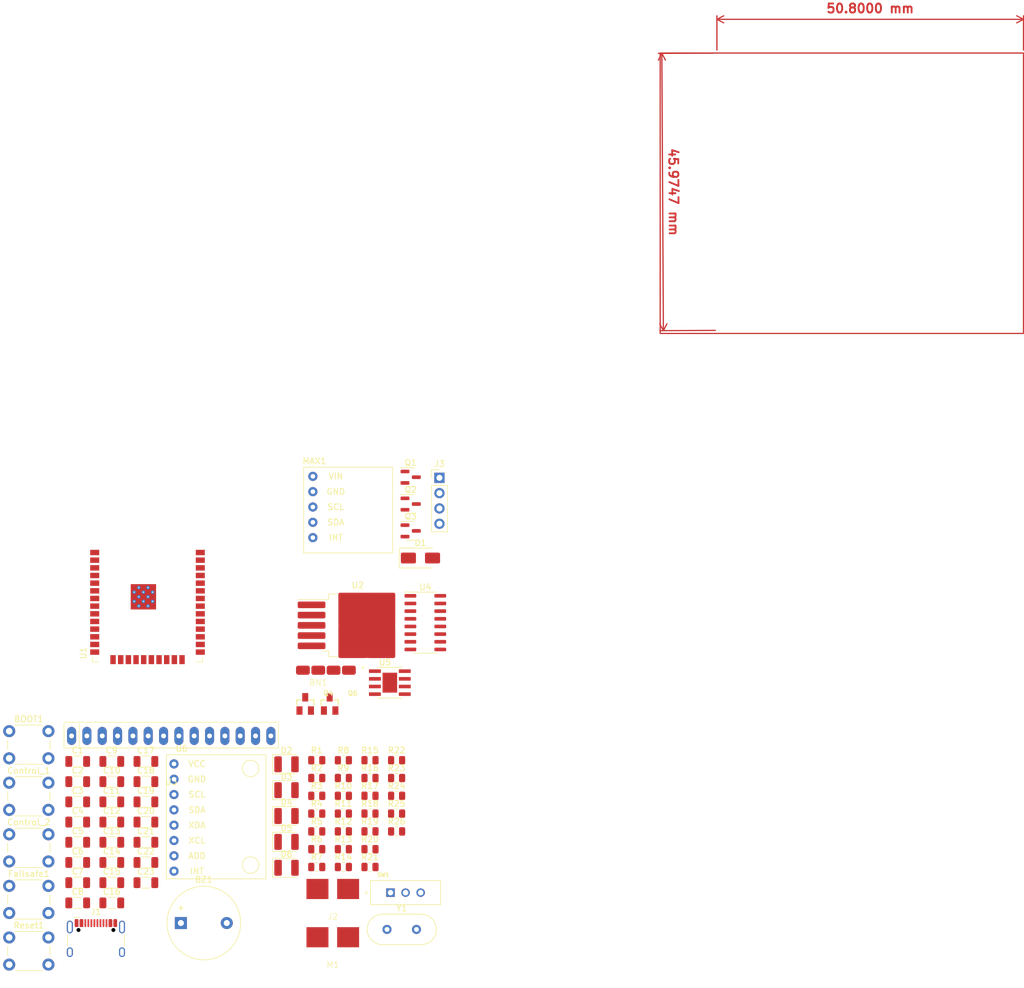
<source format=kicad_pcb>
(kicad_pcb (version 20221018) (generator pcbnew)
  (layers (0 "F.Cu" signal) (31 "B.Cu" signal) (34 "B.Paste" user) (35 "F.Paste" user) (36 "B.SilkS" user "B.Silkscreen") (37 "F.SilkS" user "F.Silkscreen") (38 "B.Mask" user) (39 "F.Mask" user) (44 "Edge.Cuts" user))
  (net 0 "")
  (net 1 "C_1")
  (net 2 "GND")
  (net 3 "RX1")
  (net 4 "TX1")
  (net 5 "Io0")
  (net 6 "Net-(BZ1-+)")
  (net 7 "VBUS")
  (net 8 "+5V")
  (net 9 "EN")
  (net 10 "Net-(U4-XI)")
  (net 11 "Net-(U4-XO)")
  (net 12 "+BATT")
  (net 13 "Net-(D2-A)")
  (net 14 "RX")
  (net 15 "Net-(D3-A)")
  (net 16 "TX")
  (net 17 "Net-(D4-A)")
  (net 18 "Net-(D5-K)")
  (net 19 "Net-(D6-K)")
  (net 20 "Net-(J1-CC1)")
  (net 21 "D+")
  (net 22 "D-")
  (net 24 "Net-(J1-CC2)")
  (net 26 "Motor+")
  (net 27 "SCL")
  (net 28 "SDA")
  (net 30 "Net-(Q2-B)")
  (net 31 "RTS")
  (net 32 "Net-(Q3-B)")
  (net 33 "DTR")
  (net 34 "Net-(Q4-Pad2)")
  (net 35 "Select")
  (net 36 "Net-(U2-ADJ)")
  (net 37 "B_check")
  (net 38 "Net-(U5-PROG)")
  (net 39 "Net-(SW1A-C)")
  (net 40 "Net-(U5-~{STDBY})")
  (net 41 "Net-(U5-~{CHRG})")
  (net 42 "Buzz+")
  (net 43 "Net-(U6-AD0)")
  (net 44 "Enb")
  (net 48 "T_IRQ")
  (net 49 "T_CS")
  (net 57 "CS")
  (net 58 "DC")
  (net 59 "RST")
  (net 60 "SCK")
  (net 61 "MISO")
  (net 63 "MOSI")
  (net 72 "+3.3V")
  (net 73 "C_2")
  (net 74 "Fail_safe")
  (net 75 "Net-(M1-V+)")
  (net 76 "M")
  (footprint "LED_SMD:LED_1210_3225Metric" (layer "F.Cu") (at 65.338 173.676)
    (fp_text reference "D6" (at 0 -2.28) (layer "F.SilkS"))
    (fp_text value "LED")
    (pad "1" smd roundrect (at -1.4 0) (size 1.25 2.65) (layers "F.Cu" "F.Paste" "F.Mask") (roundrect_rratio 0.2) (net 19 "Net-(D6-K)"))
    (pad "2" smd roundrect (at 1.4 0) (size 1.25 2.65) (layers "F.Cu" "F.Paste" "F.Mask") (roundrect_rratio 0.2) (net 7 "VBUS"))
  )
  (footprint "Battery:Motor Vib" (layer "F.Cu") (at 73.003 190.271)
    (fp_text reference "M1" (at 0 -0.5 unlocked) (layer "F.SilkS") (effects (font (thickness 0.1))))
    (fp_text value "Vibrating Motor")
    (pad "1" smd rect (at -2.54 -5.08) (size 3.64 3.34) (layers "F.Cu" "F.Paste" "F.Mask") (net 75 "Net-(M1-V+)"))
    (pad "2" smd rect (at 2.54 -5.08) (size 3.64 3.34) (layers "F.Cu" "F.Paste" "F.Mask") (net 2 "GND"))
  )
  (footprint "Resistor_SMD:R_0805_2012Metric" (layer "F.Cu") (at 74.758 173.546)
    (fp_text reference "R14" (at 0 -1.65) (layer "F.SilkS"))
    (fp_text value "1K")
    (pad "1" smd roundrect (at -0.9125 0) (size 1.025 1.4) (layers "F.Cu" "F.Paste" "F.Mask") (roundrect_rratio 0.243902) (net 31 "RTS"))
    (pad "2" smd roundrect (at 0.9125 0) (size 1.025 1.4) (layers "F.Cu" "F.Paste" "F.Mask") (roundrect_rratio 0.243902) (net 32 "Net-(Q3-B)"))
  )
  (footprint "Resistor_SMD:R_0805_2012Metric" (layer "F.Cu") (at 83.578 164.696)
    (fp_text reference "R25" (at 0 -1.65) (layer "F.SilkS"))
    (fp_text value "1K")
    (pad "1" smd roundrect (at -0.9125 0) (size 1.025 1.4) (layers "F.Cu" "F.Paste" "F.Mask") (roundrect_rratio 0.243902) (net 74 "Fail_safe"))
    (pad "2" smd roundrect (at 0.9125 0) (size 1.025 1.4) (layers "F.Cu" "F.Paste" "F.Mask") (roundrect_rratio 0.243902) (net 72 "+3.3V"))
  )
  (footprint "Capacitor_SMD:C_1206_3216Metric" (layer "F.Cu") (at 42.038 166.096)
    (fp_text reference "C20" (at 0 -1.85) (layer "F.SilkS"))
    (fp_text value "22pF")
    (pad "1" smd roundrect (at -1.475 0) (size 1.15 1.8) (layers "F.Cu" "F.Paste" "F.Mask") (roundrect_rratio 0.217391) (net 1 "C_1"))
    (pad "2" smd roundrect (at 1.475 0) (size 1.15 1.8) (layers "F.Cu" "F.Paste" "F.Mask") (roundrect_rratio 0.217391) (net 2 "GND"))
  )
  (footprint "Resistor_SMD:R_0805_2012Metric" (layer "F.Cu") (at 79.168 173.546)
    (fp_text reference "R21" (at 0 -1.65) (layer "F.SilkS"))
    (fp_text value "470")
    (pad "1" smd roundrect (at -0.9125 0) (size 1.025 1.4) (layers "F.Cu" "F.Paste" "F.Mask") (roundrect_rratio 0.243902) (net 42 "Buzz+"))
    (pad "2" smd roundrect (at 0.9125 0) (size 1.025 1.4) (layers "F.Cu" "F.Paste" "F.Mask") (roundrect_rratio 0.243902) (net 6 "Net-(BZ1-+)"))
  )
  (footprint "Connector_PinHeader_2.54mm:PinHeader_1x04_P2.54mm_Vertical" (layer "F.Cu") (at 90.678 109.026)
    (fp_text reference "J3" (at 0 -2.33) (layer "F.SilkS"))
    (fp_text value "Conn")
    (pad "1" thru_hole rect (at 0 0) (size 1.7 1.7) (drill 1) (layers "*.Cu" "*.Mask") (net 2 "GND"))
    (pad "2" thru_hole oval (at 0 2.54) (size 1.7 1.7) (drill 1) (layers "*.Cu" "*.Mask") (net 16 "TX"))
    (pad "3" thru_hole oval (at 0 5.08) (size 1.7 1.7) (drill 1) (layers "*.Cu" "*.Mask") (net 14 "RX"))
    (pad "4" thru_hole oval (at 0 7.62) (size 1.7 1.7) (drill 1) (layers "*.Cu" "*.Mask") (net 72 "+3.3V"))
  )
  (footprint "Capacitor_SMD:C_1206_3216Metric" (layer "F.Cu") (at 42.038 169.446)
    (fp_text reference "C21" (at 0 -1.85) (layer "F.SilkS"))
    (fp_text value "22pF")
    (pad "1" smd roundrect (at -1.475 0) (size 1.15 1.8) (layers "F.Cu" "F.Paste" "F.Mask") (roundrect_rratio 0.217391) (net 73 "C_2"))
    (pad "2" smd roundrect (at 1.475 0) (size 1.15 1.8) (layers "F.Cu" "F.Paste" "F.Mask") (roundrect_rratio 0.217391) (net 2 "GND"))
  )
  (footprint "Resistor_SMD:R_0805_2012Metric" (layer "F.Cu") (at 79.168 155.846)
    (fp_text reference "R15" (at 0 -1.65) (layer "F.SilkS"))
    (fp_text value "1K")
    (pad "1" smd roundrect (at -0.9125 0) (size 1.025 1.4) (layers "F.Cu" "F.Paste" "F.Mask") (roundrect_rratio 0.243902) (net 15 "Net-(D3-A)"))
    (pad "2" smd roundrect (at 0.9125 0) (size 1.025 1.4) (layers "F.Cu" "F.Paste" "F.Mask") (roundrect_rratio 0.243902) (net 72 "+3.3V"))
  )
  (footprint "Capacitor_SMD:C_1206_3216Metric" (layer "F.Cu") (at 36.388 159.396)
    (fp_text reference "C10" (at 0 -1.85) (layer "F.SilkS"))
    (fp_text value "10uF")
    (pad "1" smd roundrect (at -1.475 0) (size 1.15 1.8) (layers "F.Cu" "F.Paste" "F.Mask") (roundrect_rratio 0.217391) (net 7 "VBUS"))
    (pad "2" smd roundrect (at 1.475 0) (size 1.15 1.8) (layers "F.Cu" "F.Paste" "F.Mask") (roundrect_rratio 0.217391) (net 2 "GND"))
  )
  (footprint "Button_Switch_Keyboard:gps footprinbt" (layer "F.Cu") (at 70.596 143.463)
    (fp_text reference "BN1" (at 0 -0.5 unlocked) (layer "F.SilkS") (effects (font (thickness 0.1))))
    (fp_text value "~")
    (pad "1" smd roundrect (at -2.54 -2.54) (size 2.286 1.524) (layers "F.Cu" "F.Paste" "F.Mask") (net 72 "+3.3V"))
    (pad "2" smd roundrect (at 0 -2.54) (size 2.286 1.524) (layers "F.Cu" "F.Paste" "F.Mask") (net 2 "GND"))
    (pad "3" smd roundrect (at 2.54 -2.54) (size 2.286 1.524) (layers "F.Cu" "F.Paste" "F.Mask") (net 3 "RX1"))
    (pad "4" smd roundrect (at 5.08 -2.54) (size 2.286 1.524) (layers "F.Cu" "F.Paste" "F.Mask") (net 4 "TX1"))
  )
  (footprint "Diode_SMD:D_SMA" (layer "F.Cu") (at 87.533 122.326)
    (fp_text reference "D1" (at 0 -2.5) (layer "F.SilkS"))
    (fp_text value "SS34")
    (pad "1" smd roundrect (at -2 0) (size 2.5 1.8) (layers "F.Cu" "F.Paste" "F.Mask") (roundrect_rratio 0.1388888889) (net 7 "VBUS"))
    (pad "2" smd roundrect (at 2 0) (size 2.5 1.8) (layers "F.Cu" "F.Paste" "F.Mask") (roundrect_rratio 0.1388888889) (net 8 "+5V"))
  )
  (footprint "Capacitor_SMD:C_1206_3216Metric" (layer "F.Cu") (at 42.038 176.146)
    (fp_text reference "C23" (at 0 -1.85) (layer "F.SilkS"))
    (fp_text value "0.1uF")
    (pad "1" smd roundrect (at -1.475 0) (size 1.15 1.8) (layers "F.Cu" "F.Paste" "F.Mask") (roundrect_rratio 0.217391) (net 2 "GND"))
    (pad "2" smd roundrect (at 1.475 0) (size 1.15 1.8) (layers "F.Cu" "F.Paste" "F.Mask") (roundrect_rratio 0.217391) (net 5 "Io0"))
  )
  (footprint "Resistor_SMD:R_0805_2012Metric" (layer "F.Cu") (at 70.348 167.646)
    (fp_text reference "R5" (at 0 -1.65) (layer "F.SilkS"))
    (fp_text value "4.7K")
    (pad "1" smd roundrect (at -0.9125 0) (size 1.025 1.4) (layers "F.Cu" "F.Paste" "F.Mask") (roundrect_rratio 0.243902) (net 36 "Net-(U2-ADJ)"))
    (pad "2" smd roundrect (at 0.9125 0) (size 1.025 1.4) (layers "F.Cu" "F.Paste" "F.Mask") (roundrect_rratio 0.243902) (net 2 "GND"))
  )
  (footprint "Capacitor_SMD:C_1206_3216Metric" (layer "F.Cu") (at 30.738 169.446)
    (fp_text reference "C5" (at 0 -1.85) (layer "F.SilkS"))
    (fp_text value "100uF")
    (pad "1" smd roundrect (at -1.475 0) (size 1.15 1.8) (layers "F.Cu" "F.Paste" "F.Mask") (roundrect_rratio 0.217391) (net 72 "+3.3V"))
    (pad "2" smd roundrect (at 1.475 0) (size 1.15 1.8) (layers "F.Cu" "F.Paste" "F.Mask") (roundrect_rratio 0.217391) (net 2 "GND"))
  )
  (footprint "Capacitor_SMD:C_1206_3216Metric" (layer "F.Cu") (at 36.388 172.796)
    (fp_text reference "C14" (at 0 -1.85) (layer "F.SilkS"))
    (fp_text value "22pF")
    (pad "1" smd roundrect (at -1.475 0) (size 1.15 1.8) (layers "F.Cu" "F.Paste" "F.Mask") (roundrect_rratio 0.217391) (net 11 "Net-(U4-XO)"))
    (pad "2" smd roundrect (at 1.475 0) (size 1.15 1.8) (layers "F.Cu" "F.Paste" "F.Mask") (roundrect_rratio 0.217391) (net 2 "GND"))
  )
  (footprint "Resistor_SMD:R_0805_2012Metric" (layer "F.Cu") (at 83.578 158.796)
    (fp_text reference "R23" (at 0 -1.65) (layer "F.SilkS"))
    (fp_text value "1K")
    (pad "1" smd roundrect (at -0.9125 0) (size 1.025 1.4) (layers "F.Cu" "F.Paste" "F.Mask") (roundrect_rratio 0.243902) (net 72 "+3.3V"))
    (pad "2" smd roundrect (at 0.9125 0) (size 1.025 1.4) (layers "F.Cu" "F.Paste" "F.Mask") (roundrect_rratio 0.243902) (net 1 "C_1"))
  )
  (footprint "Button_Switch_THT:SW_PUSH_6mm_H5mm" (layer "F.Cu") (at 19.388 159.576)
    (fp_text reference "Control_1" (at 3.25 -2) (layer "F.SilkS"))
    (fp_text value "SW_DPST_x2")
    (pad "1" thru_hole circle (at 0 0 90) (size 2 2) (drill 1.1) (layers "*.Cu" "*.Mask") (net 1 "C_1"))
    (pad "1" thru_hole circle (at 6.5 0 90) (size 2 2) (drill 1.1) (layers "*.Cu" "*.Mask") (net 1 "C_1"))
    (pad "2" thru_hole circle (at 0 4.5 90) (size 2 2) (drill 1.1) (layers "*.Cu" "*.Mask") (net 2 "GND"))
    (pad "2" thru_hole circle (at 6.5 4.5 90) (size 2 2) (drill 1.1) (layers "*.Cu" "*.Mask") (net 2 "GND"))
  )
  (footprint "Button_Switch_THT:SW_PUSH_6mm_H5mm" (layer "F.Cu") (at 19.388 168.126)
    (fp_text reference "Control_2" (at 3.25 -2) (layer "F.SilkS"))
    (fp_text value "SW_DPST_x2")
    (pad "1" thru_hole circle (at 0 0 90) (size 2 2) (drill 1.1) (layers "*.Cu" "*.Mask") (net 73 "C_2"))
    (pad "1" thru_hole circle (at 6.5 0 90) (size 2 2) (drill 1.1) (layers "*.Cu" "*.Mask") (net 73 "C_2"))
    (pad "2" thru_hole circle (at 0 4.5 90) (size 2 2) (drill 1.1) (layers "*.Cu" "*.Mask") (net 2 "GND"))
    (pad "2" thru_hole circle (at 6.5 4.5 90) (size 2 2) (drill 1.1) (layers "*.Cu" "*.Mask") (net 2 "GND"))
  )
  (footprint "Resistor_SMD:R_0805_2012Metric" (layer "F.Cu") (at 74.758 155.846)
    (fp_text reference "R8" (at 0 -1.65) (layer "F.SilkS"))
    (fp_text value "10K")
    (pad "1" smd roundrect (at -0.9125 0) (size 1.025 1.4) (layers "F.Cu" "F.Paste" "F.Mask") (roundrect_rratio 0.243902) (net 72 "+3.3V"))
    (pad "2" smd roundrect (at 0.9125 0) (size 1.025 1.4) (layers "F.Cu" "F.Paste" "F.Mask") (roundrect_rratio 0.243902) (net 5 "Io0"))
  )
  (footprint "Resistor_SMD:R_0805_2012Metric" (layer "F.Cu") (at 79.168 167.646)
    (fp_text reference "R19" (at 0 -1.65) (layer "F.SilkS"))
    (fp_text value "1K")
    (pad "1" smd roundrect (at -0.9125 0) (size 1.025 1.4) (layers "F.Cu" "F.Paste" "F.Mask") (roundrect_rratio 0.243902) (net 18 "Net-(D5-K)"))
    (pad "2" smd roundrect (at 0.9125 0) (size 1.025 1.4) (layers "F.Cu" "F.Paste" "F.Mask") (roundrect_rratio 0.243902) (net 40 "Net-(U5-~{STDBY})"))
  )
  (footprint "LED_SMD:LED_1210_3225Metric" (layer "F.Cu") (at 65.338 169.386)
    (fp_text reference "D5" (at 0 -2.28) (layer "F.SilkS"))
    (fp_text value "LED")
    (pad "1" smd roundrect (at -1.4 0) (size 1.25 2.65) (layers "F.Cu" "F.Paste" "F.Mask") (roundrect_rratio 0.2) (net 18 "Net-(D5-K)"))
    (pad "2" smd roundrect (at 1.4 0) (size 1.25 2.65) (layers "F.Cu" "F.Paste" "F.Mask") (roundrect_rratio 0.2) (net 7 "VBUS"))
  )
  (footprint "Resistor_SMD:R_0805_2012Metric" (layer "F.Cu") (at 74.758 164.696)
    (fp_text reference "R11" (at 0 -1.65) (layer "F.SilkS"))
    (fp_text value "100K")
    (pad "1" smd roundrect (at -0.9125 0) (size 1.025 1.4) (layers "F.Cu" "F.Paste" "F.Mask") (roundrect_rratio 0.243902) (net 37 "B_check"))
    (pad "2" smd roundrect (at 0.9125 0) (size 1.025 1.4) (layers "F.Cu" "F.Paste" "F.Mask") (roundrect_rratio 0.243902) (net 34 "Net-(Q4-Pad2)"))
  )
  (footprint "Capacitor_SMD:C_1206_3216Metric" (layer "F.Cu") (at 42.038 159.396)
    (fp_text reference "C18" (at 0 -1.85) (layer "F.SilkS"))
    (fp_text value "10uF")
    (pad "1" smd roundrect (at -1.475 0) (size 1.15 1.8) (layers "F.Cu" "F.Paste" "F.Mask") (roundrect_rratio 0.217391) (net 12 "+BATT"))
    (pad "2" smd roundrect (at 1.475 0) (size 1.15 1.8) (layers "F.Cu" "F.Paste" "F.Mask") (roundrect_rratio 0.217391) (net 2 "GND"))
  )
  (footprint "SI2302:SOT23" (layer "F.Cu") (at 68.437 146.511)
    (fp_text reference "Q4" (at 3.813035 -1.779415) (layer "F.SilkS") (effects (font (size 0.800638 0.800638))))
    (fp_text value "SI2302")
    (pad "1" smd rect (at -0.95 1.1) (size 1 1.4) (layers "F.Cu" "F.Paste" "F.Mask") (net 35 "Select"))
    (pad "2" smd rect (at 0.95 1.1) (size 1 1.4) (layers "F.Cu" "F.Paste" "F.Mask") (net 34 "Net-(Q4-Pad2)"))
    (pad "3" smd rect (at 0 -1.1) (size 1 1.4) (layers "F.Cu" "F.Paste" "F.Mask") (net 12 "+BATT"))
  )
  (footprint "Buzzer_Beeper:Buzzer_12x9.5RM7.6" (layer "F.Cu") (at 47.838 182.836)
    (fp_text reference "BZ1" (at 3.8 -7.2) (layer "F.SilkS"))
    (fp_text value "Buzzer")
    (fp_text user "+" (at -0.01 -2.54) (layer "F.SilkS"))
    (pad "1" thru_hole rect (at 0 0) (size 2 2) (drill 1) (layers "*.Cu" "*.Mask") (net 6 "Net-(BZ1-+)"))
    (pad "2" thru_hole circle (at 7.6 0) (size 2 2) (drill 1) (layers "*.Cu" "*.Mask") (net 2 "GND"))
  )
  (footprint "Button_Switch_THT:SW_PUSH_6mm_H5mm" (layer "F.Cu") (at 19.388 176.676)
    (fp_text reference "Failsafe1" (at 3.25 -2) (layer "F.SilkS"))
    (fp_text value "SW_DPST_x2")
    (pad "1" thru_hole circle (at 0 0 90) (size 2 2) (drill 1.1) (layers "*.Cu" "*.Mask") (net 74 "Fail_safe"))
    (pad "1" thru_hole circle (at 6.5 0 90) (size 2 2) (drill 1.1) (layers "*.Cu" "*.Mask") (net 74 "Fail_safe"))
    (pad "2" thru_hole circle (at 0 4.5 90) (size 2 2) (drill 1.1) (layers "*.Cu" "*.Mask") (net 2 "GND"))
    (pad "2" thru_hole circle (at 6.5 4.5 90) (size 2 2) (drill 1.1) (layers "*.Cu" "*.Mask") (net 2 "GND"))
  )
  (footprint "usini_sensors:module_max30102" (layer "F.Cu") (at 67.163 126.565)
    (fp_text reference "MAX1" (at 2.794 -20.32) (layer "F.SilkS"))
    (fp_text value "~")
    (fp_text user "VIN" (at 6.35 -17.78) (layer "F.SilkS"))
    (fp_text user "SCL" (at 6.35 -12.7) (layer "F.SilkS"))
    (fp_text user "GND" (at 6.35 -15.24) (layer "F.SilkS"))
    (fp_text user "SDA" (at 6.35 -10.16) (layer "F.SilkS"))
    (fp_text user "INT" (at 6.35 -7.62) (layer "F.SilkS"))
    (pad "1" thru_hole circle (at 2.54 -17.78) (size 1.524 1.524) (drill 0.762) (layers "*.Cu" "*.Mask") (net 72 "+3.3V"))
    (pad "2" thru_hole circle (at 2.54 -15.24) (size 1.524 1.524) (drill 0.762) (layers "*.Cu" "*.Mask") (net 2 "GND"))
    (pad "3" thru_hole circle (at 2.54 -12.7) (size 1.524 1.524) (drill 0.762) (layers "*.Cu" "*.Mask") (net 27 "SCL"))
    (pad "4" thru_hole circle (at 2.54 -10.16) (size 1.524 1.524) (drill 0.762) (layers "*.Cu" "*.Mask") (net 28 "SDA"))
    (pad "5" thru_hole circle (at 2.54 -7.62) (size 1.524 1.524) (drill 0.762) (layers "*.Cu" "*.Mask"))
  )
  (footprint "MINI-SPDT-SW:SW_MINI-SPDT-SW" (layer "F.Cu") (at 85.063 177.796)
    (fp_text reference "SW1" (at -3.683 -2.9464) (layer "F.SilkS") (effects (font (size 0.64 0.64))))
    (fp_text value "SW_DPDT_x2")
    (pad "1" thru_hole rect (at -2.5 0) (size 1.408 1.408) (drill 0.9) (layers "*.Cu" "*.Mask") (net 2 "GND"))
    (pad "2" thru_hole circle (at 0 0) (size 1.408 1.408) (drill 0.9) (layers "*.Cu" "*.Mask") (net 44 "Enb"))
    (pad "3" thru_hole circle (at 2.5 0) (size 1.408 1.408) (drill 0.9) (layers "*.Cu" "*.Mask") (net 39 "Net-(SW1A-C)"))
  )
  (footprint "Resistor_SMD:R_0805_2012Metric" (layer "F.Cu") (at 74.758 158.796)
    (fp_text reference "R9" (at 0 -1.65) (layer "F.SilkS"))
    (fp_text value "1K")
    (pad "1" smd roundrect (at -0.9125 0) (size 1.025 1.4) (layers "F.Cu" "F.Paste" "F.Mask") (roundrect_rratio 0.243902) (net 28 "SDA"))
    (pad "2" smd roundrect (at 0.9125 0) (size 1.025 1.4) (layers "F.Cu" "F.Paste" "F.Mask") (roundrect_rratio 0.243902) (net 72 "+3.3V"))
  )
  (footprint "Capacitor_SMD:C_1206_3216Metric" (layer "F.Cu") (at 36.388 156.046)
    (fp_text reference "C9" (at 0 -1.85) (layer "F.SilkS"))
    (fp_text value "10uF")
    (pad "1" smd roundrect (at -1.475 0) (size 1.15 1.8) (layers "F.Cu" "F.Paste" "F.Mask") (roundrect_rratio 0.217391) (net 2 "GND"))
    (pad "2" smd roundrect (at 1.475 0) (size 1.15 1.8) (layers "F.Cu" "F.Paste" "F.Mask") (roundrect_rratio 0.217391) (net 72 "+3.3V"))
  )
  (footprint "Capacitor_SMD:C_1206_3216Metric" (layer "F.Cu") (at 30.738 156.046)
    (fp_text reference "C1" (at 0 -1.85) (layer "F.SilkS"))
    (fp_text value "10uF")
    (pad "1" smd roundrect (at -1.475 0) (size 1.15 1.8) (layers "F.Cu" "F.Paste" "F.Mask") (roundrect_rratio 0.217391) (net 7 "VBUS"))
    (pad "2" smd roundrect (at 1.475 0) (size 1.15 1.8) (layers "F.Cu" "F.Paste" "F.Mask") (roundrect_rratio 0.217391) (net 2 "GND"))
  )
  (footprint "Package_TO_SOT_SMD:SOT-23" (layer "F.Cu") (at 85.908 113.376)
    (fp_text reference "Q2" (at 0 -2.4) (layer "F.SilkS"))
    (fp_text value "BC817")
    (pad "1" smd roundrect (at -0.9375 -0.95) (size 1.475 0.6) (layers "F.Cu" "F.Paste" "F.Mask") (net 30 "Net-(Q2-B)"))
    (pad "2" smd roundrect (at -0.9375 0.95) (size 1.475 0.6) (layers "F.Cu" "F.Paste" "F.Mask") (net 31 "RTS"))
    (pad "3" smd roundrect (at 0.9375 0) (size 1.475 0.6) (layers "F.Cu" "F.Paste" "F.Mask") (net 9 "EN"))
  )
  (footprint "TP4056:SOP127P600X175-9N" (layer "F.Cu") (at 82.458 142.986)
    (fp_text reference "U5" (at -0.795 -3.362) (layer "F.SilkS"))
    (fp_text value "TP4056")
    (pad "1" smd roundrect (at -2.475 -1.905) (size 1.97 0.6) (layers "F.Cu" "F.Paste" "F.Mask") (roundrect_rratio 0.125) (net 38 "Net-(U5-PROG)"))
    (pad "2" smd roundrect (at -2.475 -0.635) (size 1.97 0.6) (layers "F.Cu" "F.Paste" "F.Mask") (roundrect_rratio 0.125) (net 38 "Net-(U5-PROG)"))
    (pad "3" smd roundrect (at -2.475 0.635) (size 1.97 0.6) (layers "F.Cu" "F.Paste" "F.Mask") (roundrect_rratio 0.125) (net 2 "GND"))
    (pad "4" smd roundrect (at -2.475 1.905) (size 1.97 0.6) (layers "F.Cu" "F.Paste" "F.Mask") (roundrect_rratio 0.125) (net 8 "+5V"))
    (pad "5" smd roundrect (at 2.475 1.905) (size 1.97 0.6) (layers "F.Cu" "F.Paste" "F.Mask") (roundrect_rratio 0.125) (net 12 "+BATT"))
    (pad "6" smd roundrect (at 2.475 0.635) (size 1.97 0.6) (layers "F.Cu" "F.Paste" "F.Mask") (roundrect_rratio 0.125) (net 40 "Net-(U5-~{STDBY})"))
    (pad "7" smd roundrect (at 2.475 -0.635) (size 1.97 0.6) (layers "F.Cu" "F.Paste" "F.Mask") (roundrect_rratio 0.125) (net 41 "Net-(U5-~{CHRG})"))
    (pad "8" smd roundrect (at 2.475 -1.905) (size 1.97 0.6) (layers "F.Cu" "F.Paste" "F.Mask") (roundrect_rratio 0.125) (net 8 "+5V"))
    (pad "9" smd rect (at 0 0) (size 2.413 3.302) (layers "F.Cu" "F.Mask") (net 2 "GND"))
  )
  (footprint "Resistor_SMD:R_0805_2012Metric" (layer "F.Cu") (at 74.758 170.596)
    (fp_text reference "R13" (at 0 -1.65) (layer "F.SilkS"))
    (fp_text value "1K")
    (pad "1" smd roundrect (at -0.9125 0) (size 1.025 1.4) (layers "F.Cu" "F.Paste" "F.Mask") (roundrect_rratio 0.243902) (net 33 "DTR"))
    (pad "2" smd roundrect (at 0.9125 0) (size 1.025 1.4) (layers "F.Cu" "F.Paste" "F.Mask") (roundrect_rratio 0.243902) (net 30 "Net-(Q2-B)"))
  )
  (footprint "usini_sensors:module_mpu6050" (layer "F.Cu") (at 46.693 174.235)
    (fp_text reference "U6" (at 1.27 -20.32) (layer "F.SilkS"))
    (fp_text value "~")
    (fp_text user "XDA" (at 3.81 -7.62) (layer "F.SilkS"))
    (fp_text user "SDA" (at 3.81 -10.16) (layer "F.SilkS"))
    (fp_text user "XCL" (at 3.81 -5.08) (layer "F.SilkS"))
    (fp_text user "SCL" (at 3.81 -12.7) (layer "F.SilkS"))
    (fp_text user "VCC" (at 3.81 -17.78) (layer "F.SilkS"))
    (fp_text user "ADD" (at 3.81 -2.54) (layer "F.SilkS"))
    (fp_text user "GND" (at 3.81 -15.24) (layer "F.SilkS"))
    (fp_text user "INT" (at 3.81 0) (layer "F.SilkS"))
    (pad "1" thru_hole circle (at 0 -17.78) (size 1.524 1.524) (drill 0.762) (layers "*.Cu" "*.Mask") (net 72 "+3.3V"))
    (pad "2" thru_hole circle (at 0 -15.24) (size 1.524 1.524) (drill 0.762) (layers "*.Cu" "*.Mask") (net 2 "GND"))
    (pad "3" thru_hole circle (at 0 -12.7) (size 1.524 1.524) (drill 0.762) (layers "*.Cu" "*.Mask") (net 27 "SCL"))
    (pad "4" thru_hole circle (at 0 -10.16) (size 1.524 1.524) (drill 0.762) (layers "*.Cu" "*.Mask") (net 28 "SDA"))
    (pad "5" thru_hole circle (at 0 -7.62) (size 1.524 1.524) (drill 0.762) (layers "*.Cu" "*.Mask"))
    (pad "6" thru_hole circle (at 0 -5.08) (size 1.524 1.524) (drill 0.762) (layers "*.Cu" "*.Mask"))
    (pad "7" thru_hole circle (at 0 -2.54) (size 1.524 1.524) (drill 0.762) (layers "*.Cu" "*.Mask") (net 43 "Net-(U6-AD0)"))
    (pad "8" thru_hole circle (at 0 0) (size 1.524 1.524) (drill 0.762) (layers "*.Cu" "*.Mask"))
  )
  (footprint "Resistor_SMD:R_0805_2012Metric" (layer "F.Cu") (at 79.168 161.746)
    (fp_text reference "R17" (at 0 -1.65) (layer "F.SilkS"))
    (fp_text value "2.2E")
    (pad "1" smd roundrect (at -0.9125 0) (size 1.025 1.4) (layers "F.Cu" "F.Paste" "F.Mask") (roundrect_rratio 0.243902) (net 38 "Net-(U5-PROG)"))
    (pad "2" smd roundrect (at 0.9125 0) (size 1.025 1.4) (layers "F.Cu" "F.Paste" "F.Mask") (roundrect_rratio 0.243902) (net 2 "GND"))
  )
  (footprint "Capacitor_SMD:C_1206_3216Metric" (layer "F.Cu") (at 36.388 169.446)
    (fp_text reference "C13" (at 0 -1.85) (layer "F.SilkS"))
    (fp_text value "22pF")
    (pad "1" smd roundrect (at -1.475 0) (size 1.15 1.8) (layers "F.Cu" "F.Paste" "F.Mask") (roundrect_rratio 0.217391) (net 2 "GND"))
    (pad "2" smd roundrect (at 1.475 0) (size 1.15 1.8) (layers "F.Cu" "F.Paste" "F.Mask") (roundrect_rratio 0.217391) (net 10 "Net-(U4-XI)"))
  )
  (footprint "Resistor_SMD:R_0805_2012Metric" (layer "F.Cu") (at 83.578 161.746)
    (fp_text reference "R24" (at 0 -1.65) (layer "F.SilkS"))
    (fp_text value "1K")
    (pad "1" smd roundrect (at -0.9125 0) (size 1.025 1.4) (layers "F.Cu" "F.Paste" "F.Mask") (roundrect_rratio 0.243902) (net 72 "+3.3V"))
    (pad "2" smd roundrect (at 0.9125 0) (size 1.025 1.4) (layers "F.Cu" "F.Paste" "F.Mask") (roundrect_rratio 0.243902) (net 73 "C_2"))
  )
  (footprint "Resistor_SMD:R_0805_2012Metric" (layer "F.Cu") (at 70.348 161.746)
    (fp_text reference "R3" (at 0 -1.65) (layer "F.SilkS"))
    (fp_text value "5.1K")
    (pad "1" smd roundrect (at -0.9125 0) (size 1.025 1.4) (layers "F.Cu" "F.Paste" "F.Mask") (roundrect_rratio 0.243902) (net 2 "GND"))
    (pad "2" smd roundrect (at 0.9125 0) (size 1.025 1.4) (layers "F.Cu" "F.Paste" "F.Mask") (roundrect_rratio 0.243902) (net 20 "Net-(J1-CC1)"))
  )
  (footprint "Resistor_SMD:R_0805_2012Metric" (layer "F.Cu") (at 70.348 164.696)
    (fp_text reference "R4" (at 0 -1.65) (layer "F.SilkS"))
    (fp_text value "8.2K")
    (pad "1" smd roundrect (at -0.9125 0) (size 1.025 1.4) (layers "F.Cu" "F.Paste" "F.Mask") (roundrect_rratio 0.243902) (net 72 "+3.3V"))
    (pad "2" smd roundrect (at 0.9125 0) (size 1.025 1.4) (layers "F.Cu" "F.Paste" "F.Mask") (roundrect_rratio 0.243902) (net 36 "Net-(U2-ADJ)"))
  )
  (footprint "Capacitor_SMD:C_1206_3216Metric" (layer "F.Cu") (at 30.738 159.396)
    (fp_text reference "C2" (at 0 -1.85) (layer "F.SilkS"))
    (fp_text value "0.1F")
    (pad "1" smd roundrect (at -1.475 0) (size 1.15 1.8) (layers "F.Cu" "F.Paste" "F.Mask") (roundrect_rratio 0.217391) (net 2 "GND"))
    (pad "2" smd roundrect (at 1.475 0) (size 1.15 1.8) (layers "F.Cu" "F.Paste" "F.Mask") (roundrect_rratio 0.217391) (net 8 "+5V"))
  )
  (footprint "Battery:Motor Vib" (layer "F.Cu") (at 73.003 182.271)
    (fp_text reference "J2" (at 0 -0.5 unlocked) (layer "F.SilkS") (effects (font (thickness 0.1))))
    (fp_text value "Screw_Terminal_01x02")
    (pad "1" smd rect (at -2.54 -5.08) (size 3.64 3.34) (layers "F.Cu" "F.Paste" "F.Mask") (net 12 "+BATT"))
    (pad "2" smd rect (at 2.54 -5.08) (size 3.64 3.34) (layers "F.Cu" "F.Paste" "F.Mask") (net 2 "GND"))
  )
  (footprint "Capacitor_SMD:C_1206_3216Metric" (layer "F.Cu") (at 42.038 172.796)
    (fp_text reference "C22" (at 0 -1.85) (layer "F.SilkS"))
    (fp_text value "22pF")
    (pad "1" smd roundrect (at -1.475 0) (size 1.15 1.8) (layers "F.Cu" "F.Paste" "F.Mask") (roundrect_rratio 0.217391) (net 74 "Fail_safe"))
    (pad "2" smd roundrect (at 1.475 0) (size 1.15 1.8) (layers "F.Cu" "F.Paste" "F.Mask") (roundrect_rratio 0.217391) (net 2 "GND"))
  )
  (footprint "Button_Switch_THT:SW_PUSH_6mm_H5mm" (layer "F.Cu") (at 19.388 151.026)
    (fp_text reference "BOOT1" (at 3.25 -2) (layer "F.SilkS"))
    (fp_text value "SW_DPST_x2")
    (pad "1" thru_hole circle (at 0 0 90) (size 2 2) (drill 1.1) (layers "*.Cu" "*.Mask") (net 5 "Io0"))
    (pad "1" thru_hole circle (at 6.5 0 90) (size 2 2) (drill 1.1) (layers "*.Cu" "*.Mask") (net 5 "Io0"))
    (pad "2" thru_hole circle (at 0 4.5 90) (size 2 2) (drill 1.1) (layers "*.Cu" "*.Mask") (net 2 "GND"))
    (pad "2" thru_hole circle (at 6.5 4.5 90) (size 2 2) (drill 1.1) (layers "*.Cu" "*.Mask") (net 2 "GND"))
  )
  (footprint "Capacitor_SMD:C_1206_3216Metric" (layer "F.Cu") (at 36.388 179.496)
    (fp_text reference "C16" (at 0 -1.85) (layer "F.SilkS"))
    (fp_text value "10uF")
    (pad "1" smd roundrect (at -1.475 0) (size 1.15 1.8) (layers "F.Cu" "F.Paste" "F.Mask") (roundrect_rratio 0.217391) (net 12 "+BATT"))
    (pad "2" smd roundrect (at 1.475 0) (size 1.15 1.8) (layers "F.Cu" "F.Paste" "F.Mask") (roundrect_rratio 0.217391) (net 2 "GND"))
  )
  (footprint "Capacitor_SMD:C_1206_3216Metric" (layer "F.Cu") (at 30.738 162.746)
    (fp_text reference "C3" (at 0 -1.85) (layer "F.SilkS"))
    (fp_text value "10uF")
    (pad "1" smd roundrect (at -1.475 0) (size 1.15 1.8) (layers "F.Cu" "F.Paste" "F.Mask") (roundrect_rratio 0.217391) (net 8 "+5V"))
    (pad "2" smd roundrect (at 1.475 0) (size 1.15 1.8) (layers "F.Cu" "F.Paste" "F.Mask") (roundrect_rratio 0.217391) (net 2 "GND"))
  )
  (footprint "Connector_USB:USB_C_Receptacle_HCTL_HC-TYPE-C-16P-01A" (layer "F.Cu") (at 33.758 186.596)
    (fp_text reference "J1" (at 0 -5.645) (layer "F.SilkS"))
    (fp_text value "USB_C_Receptacle_USB2.0_16P")
    (pad "" np_thru_hole circle (at -2.89 -2.605) (size 0.65 0.65) (drill 0.65) (layers "*.Mask"))
    (pad "" np_thru_hole circle (at 2.89 -2.605) (size 0.65 0.65) (drill 0.65) (layers "*.Mask"))
    (pad "A1" smd roundrect (at -3.2 -3.745) (size 0.6 1.3) (layers "F.Cu" "F.Paste" "F.Mask") (net 2 "GND"))
    (pad "A4" smd roundrect (at -2.4 -3.745) (size 0.6 1.3) (layers "F.Cu" "F.Paste" "F.Mask") (net 8 "+5V"))
    (pad "A5" smd roundrect (at -1.25 -3.745) (size 0.3 1.3) (layers "F.Cu" "F.Paste" "F.Mask") (net 20 "Net-(J1-CC1)"))
    (pad "A6" smd roundrect (at -0.25 -3.745) (size 0.3 1.3) (layers "F.Cu" "F.Paste" "F.Mask") (net 21 "D+"))
    (pad "A7" smd roundrect (at 0.25 -3.745) (size 0.3 1.3) (layers "F.Cu" "F.Paste" "F.Mask") (net 22 "D-"))
    (pad "A8" smd roundrect (at 1.25 -3.745) (size 0.3 1.3) (layers "F.Cu" "F.Paste" "F.Mask"))
    (pad "A9" smd roundrect (at 2.4 -3.745) (size 0.6 1.3) (layers "F.Cu" "F.Paste" "F.Mask") (net 8 "+5V"))
    (pad "A12" smd roundrect (at 3.2 -3.745) (size 0.6 1.3) (layers "F.Cu" "F.Paste" "F.Mask") (net 2 "GND"))
    (pad "B1" smd roundrect (at 3.2 -3.745) (size 0.6 1.3) (layers "F.Cu" "F.Paste" "F.Mask") (net 2 "GND"))
    (pad "B4" smd roundrect (at 2.4 -3.745) (size 0.6 1.3) (layers "F.Cu" "F.Paste" "F.Mask") (net 8 "+5V"))
    (pad "B5" smd roundrect (at 1.75 -3.745) (size 0.3 1.3) (layers "F.Cu" "F.Paste" "F.Mask") (net 24 "Net-(J1-CC2)"))
    (pad "B6" smd roundrect (at 0.75 -3.745) (size 0.3 1.3) (layers "F.Cu" "F.Paste" "F.Mask") (net 21 "D+"))
    (pad "B7" smd roundrect (at -0.75 -3.745) (size 0.3 1.3) (layers "F.Cu" "F.Paste" "F.Mask") (net 22 "D-"))
    (pad "B8" smd roundrect (at -1.75 -3.745) (size 0.3 1.3) (layers "F.Cu" "F.Paste" "F.Mask"))
    (pad "B9" smd roundrect (at -2.4 -3.745) (size 0.6 1.3) (layers "F.Cu" "F.Paste" "F.Mask") (net 8 "+5V"))
    (pad "B12" smd roundrect (at -3.2 -3.745) (size 0.6 1.3) (layers "F.Cu" "F.Paste" "F.Mask") (net 2 "GND"))
    (pad "S1" thru_hole oval (at -4.32 -3.105) (size 1 2.1) (drill oval 0.6 1.7) (layers "*.Cu" "*.Mask") (net 2 "GND"))
    (pad "S1" thru_hole oval (at -4.32 1.075) (size 1 1.6) (drill oval 0.6 1.2) (layers "*.Cu" "*.Mask") (net 2 "GND"))
    (pad "S1" thru_hole oval (at 4.32 -3.105) (size 1 2.1) (drill oval 0.6 1.7) (layers "*.Cu" "*.Mask") (net 2 "GND"))
    (pad "S1" thru_hole oval (at 4.32 1.075) (size 1 1.6) (drill oval 0.6 1.2) (layers "*.Cu" "*.Mask") (net 2 "GND"))
  )
  (footprint "LED_SMD:LED_1210_3225Metric" (layer "F.Cu") (at 65.338 160.806)
    (fp_text reference "D3" (at 0 -2.28) (layer "F.SilkS"))
    (fp_text value "LED")
    (pad "1" smd roundrect (at -1.4 0) (size 1.25 2.65) (layers "F.Cu" "F.Paste" "F.Mask") (roundrect_rratio 0.2) (net 14 "RX"))
    (pad "2" smd roundrect (at 1.4 0) (size 1.25 2.65) (layers "F.Cu" "F.Paste" "F.Mask") (roundrect_rratio 0.2) (net 15 "Net-(D3-A)"))
  )
  (footprint "Crystal:Crystal_HC49-4H_Vertical" (layer "F.Cu") (at 81.988 183.896)
    (fp_text reference "Y1" (at 2.44 -3.525) (layer "F.SilkS"))
    (fp_text value "12M")
    (pad "1" thru_hole circle (at 0 0) (size 1.5 1.5) (drill 0.8) (layers "*.Cu" "*.Mask") (net 10 "Net-(U4-XI)"))
    (pad "2" thru_hole circle (at 4.88 0) (size 1.5 1.5) (drill 0.8) (layers "*.Cu" "*.Mask") (net 11 "Net-(U4-XO)"))
  )
  (footprint "Capacitor_SMD:C_1206_3216Metric" (layer "F.Cu") (at 30.738 166.096)
    (fp_text reference "C4" (at 0 -1.85) (layer "F.SilkS"))
    (fp_text value "10uF")
    (pad "1" smd roundrect (at -1.475 0) (size 1.15 1.8) (layers "F.Cu" "F.Paste" "F.Mask") (roundrect_rratio 0.217391) (net 72 "+3.3V"))
    (pad "2" smd roundrect (at 1.475 0) (size 1.15 1.8) (layers "F.Cu" "F.Paste" "F.Mask") (roundrect_rratio 0.217391) (net 2 "GND"))
  )
  (footprint "Resistor_SMD:R_0805_2012Metric" (layer "F.Cu") (at 74.758 161.746)
    (fp_text reference "R10" (at 0 -1.65) (layer "F.SilkS"))
    (fp_text value "1K")
    (pad "1" smd roundrect (at -0.9125 0) (size 1.025 1.4) (layers "F.Cu" "F.Paste" "F.Mask") (roundrect_rratio 0.243902) (net 27 "SCL"))
    (pad "2" smd roundrect (at 0.9125 0) (size 1.025 1.4) (layers "F.Cu" "F.Paste" "F.Mask") (roundrect_rratio 0.243902) (net 72 "+3.3V"))
  )
  (footprint "Resistor_SMD:R_0805_2012Metric" (layer "F.Cu") (at 79.168 158.796)
    (fp_text reference "R16" (at 0 -1.65) (layer "F.SilkS"))
    (fp_text value "1K")
    (pad "1" smd roundrect (at -0.9125 0) (size 1.025 1.4) (layers "F.Cu" "F.Paste" "F.Mask") (roundrect_rratio 0.243902) (net 17 "Net-(D4-A)"))
    (pad "2" smd roundrect (at 0.9125 0) (size 1.025 1.4) (layers "F.Cu" "F.Paste" "F.Mask") (roundrect_rratio 0.243902) (net 72 "+3.3V"))
  )
  (footprint "Capacitor_SMD:C_1206_3216Metric" (layer "F.Cu") (at 36.388 176.146)
    (fp_text reference "C15" (at 0 -1.85) (layer "F.SilkS"))
    (fp_text value "0.1uF")
    (pad "1" smd roundrect (at -1.475 0) (size 1.15 1.8) (layers "F.Cu" "F.Paste" "F.Mask") (roundrect_rratio 0.217391) (net 2 "GND"))
    (pad "2" smd roundrect (at 1.475 0) (size 1.15 1.8) (layers "F.Cu" "F.Paste" "F.Mask") (roundrect_rratio 0.217391) (net 72 "+3.3V"))
  )
  (footprint "Resistor_SMD:R_0805_2012Metric" (layer "F.Cu") (at 79.168 164.696)
    (fp_text reference "R18" (at 0 -1.65) (layer "F.SilkS"))
    (fp_text value "1K")
    (pad "1" smd roundrect (at -0.9125 0) (size 1.025 1.4) (layers "F.Cu" "F.Paste" "F.Mask") (roundrect_rratio 0.243902) (net 39 "Net-(SW1A-C)"))
    (pad "2" smd roundrect (at 0.9125 0) (size 1.025 1.4) (layers "F.Cu" "F.Paste" "F.Mask") (roundrect_rratio 0.243902) (net 7 "VBUS"))
  )
  (footprint "Capacitor_SMD:C_1206_3216Metric" (layer "F.Cu") (at 36.388 166.096)
    (fp_text reference "C12" (at 0 -1.85) (layer "F.SilkS"))
    (fp_text value "0.1uF")
    (pad "1" smd roundrect (at -1.475 0) (size 1.15 1.8) (layers "F.Cu" "F.Paste" "F.Mask") (roundrect_rratio 0.217391) (net 7 "VBUS"))
    (pad "2" smd roundrect (at 1.475 0) (size 1.15 1.8) (layers "F.Cu" "F.Paste" "F.Mask") (roundrect_rratio 0.217391) (net 2 "GND"))
  )
  (footprint "Package_TO_SOT_SMD:TO-263-5_TabPin3" (layer "F.Cu") (at 77.138 133.486)
    (fp_text reference "U2" (at 0 -6.65) (layer "F.SilkS"))
    (fp_text value "MIC29302AWU")
    (pad "1" smd roundrect (at -7.65 -3.4) (size 4.6 1.1) (layers "F.Cu" "F.Paste" "F.Mask") (roundrect_rratio 0.227273) (net 44 "Enb"))
    (pad "2" smd roundrect (at -7.65 -1.7) (size 4.6 1.1) (layers "F.Cu" "F.Paste" "F.Mask") (roundrect_rratio 0.227273) (net 7 "VBUS"))
    (pad "3" smd roundrect (at -7.65 0) (size 4.6 1.1) (layers "F.Cu" "F.Paste" "F.Mask") (roundrect_rratio 0.227273) (net 2 "GND"))
    (pad "3" smd roundrect (at -0.925 -2.775) (size 4.55 5.25) (layers "F.Cu" "F.Paste") (roundrect_rratio 0.054945) (net 2 "GND"))
    (pad "3" smd roundrect (at -0.925 2.775) (size 4.55 5.25) (layers "F.Cu" "F.Paste") (roundrect_rratio 0.054945) (net 2 "GND"))
    (pad "3" smd roundrect (at 1.5 0) (size 9.4 10.8) (layers "F.Cu" "F.Mask") (roundrect_rratio 0.026596) (net 2 "GND"))
    (pad "3" smd roundrect (at 3.925 -2.775) (size 4.55 5.25) (layers "F.Cu" "F.Paste") (roundrect_rratio 0.054945) (net 2 "GND"))
    (pad "3" smd roundrect (at 3.925 2.775) (size 4.55 5.25) (layers "F.Cu" "F.Paste") (roundrect_rratio 0.054945) (net 2 "GND"))
    (pad "4" smd roundrect (at -7.65 1.7) (size 4.6 1.1) (layers "F.Cu" "F.Paste" "F.Mask") (roundrect_rratio 0.227273) (net 72 "+3.3V"))
    (pad "5" smd roundrect (at -7.65 3.4) (size 4.6 1.1) (layers "F.Cu" "F.Paste" "F.Mask") (roundrect_rratio 0.227273) (net 36 "Net-(U2-ADJ)"))
  )
  (footprint "Resistor_SMD:R_0805_2012Metric" (layer "F.Cu") (at 70.348 158.796)
    (fp_text reference "R2" (at 0 -1.65) (layer "F.SilkS"))
    (fp_text value "100K")
    (pad "1" smd roundrect (at -0.9125 0) (size 1.025 1.4) (layers "F.Cu" "F.Paste" "F.Mask") (roundrect_rratio 0.243902) (net 8 "+5V"))
    (pad "2" smd roundrect (at 0.9125 0) (size 1.025 1.4) (layers "F.Cu" "F.Paste" "F.Mask") (roundrect_rratio 0.243902) (net 2 "GND"))
  )
  (footprint "Resistor_SMD:R_0805_2012Metric" (layer "F.Cu") (at 70.348 155.846)
    (fp_text reference "R1" (at 0 -1.65) (layer "F.SilkS"))
    (fp_text value "5.1K")
    (pad "1" smd roundrect (at -0.9125 0) (size 1.025 1.4) (layers "F.Cu" "F.Paste" "F.Mask") (roundrect_rratio 0.243902) (net 2 "GND"))
    (pad "2" smd roundrect (at 0.9125 0) (size 1.025 1.4) (layers "F.Cu" "F.Paste" "F.Mask") (roundrect_rratio 0.243902) (net 24 "Net-(J1-CC2)"))
  )
  (footprint "Package_SO:SOIC-16_3.9x9.9mm_P1.27mm" (layer "F.Cu") (at 88.338 133.036)
    (fp_text reference "U4" (at 0 -5.9) (layer "F.SilkS"))
    (fp_text value "CH340G")
    (pad "1" smd roundrect (at -2.475 -4.445) (size 1.95 0.6) (layers "F.Cu" "F.Paste" "F.Mask") (net 2 "GND"))
    (pad "2" smd roundrect (at -2.475 -3.175) (size 1.95 0.6) (layers "F.Cu" "F.Paste" "F.Mask") (net 16 "TX"))
    (pad "3" smd roundrect (at -2.475 -1.905) (size 1.95 0.6) (layers "F.Cu" "F.Paste" "F.Mask") (net 14 "RX"))
    (pad "4" smd roundrect (at -2.475 -0.635) (size 1.95 0.6) (layers "F.Cu" "F.Paste" "F.Mask") (net 72 "+3.3V"))
    (pad "5" smd roundrect (at -2.475 0.635) (size 1.95 0.6) (layers "F.Cu" "F.Paste" "F.Mask") (net 21 "D+"))
    (pad "6" smd roundrect (at -2.475 1.905) (size 1.95 0.6) (layers "F.Cu" "F.Paste" "F.Mask") (net 22 "D-"))
    (pad "7" smd roundrect (at -2.475 3.175) (size 1.95 0.6) (layers "F.Cu" "F.Paste" "F.Mask") (net 10 "Net-(U4-XI)"))
    (pad "8" smd roundrect (at -2.475 4.445) (size 1.95 0.6) (layers "F.Cu" "F.Paste" "F.Mask") (net 11 "Net-(U4-XO)"))
    (pad "9" smd roundrect (at 2.475 4.445) (size 1.95 0.6) (layers "F.Cu" "F.Paste" "F.Mask"))
    (pad "10" smd roundrect (at 2.475 3.175) (size 1.95 0.6) (layers "F.Cu" "F.Paste" "F.Mask"))
    (pad "11" smd roundrect (at 2.475 1.905) (size 1.95 0.6) (layers "F.Cu" "F.Paste" "F.Mask"))
    (pad "12" smd roundrect (at 2.475 0.635) (size 1.95 0.6) (layers "F.Cu" "F.Paste" "F.Mask"))
    (pad "13" smd roundrect (at 2.475 -0.635) (size 1.95 0.6) (layers "F.Cu" "F.Paste" "F.Mask") (net 33 "DTR"))
    (pad "14" smd roundrect (at 2.475 -1.905) (size 1.95 0.6) (layers "F.Cu" "F.Paste" "F.Mask") (net 31 "RTS"))
    (pad "15" smd roundrect (at 2.475 -3.175) (size 1.95 0.6) (layers "F.Cu" "F.Paste" "F.Mask"))
    (pad "16" smd roundrect (at 2.475 -4.445) (size 1.95 0.6) (layers "F.Cu" "F.Paste" "F.Mask") (net 72 "+3.3V"))
  )
  (footprint "Capacitor_SMD:C_1206_3216Metric" (layer "F.Cu") (at 30.738 179.496)
    (fp_text reference "C8" (at 0 -1.85) (layer "F.SilkS"))
    (fp_text value "0.1uF")
    (pad "1" smd roundrect (at -1.475 0) (size 1.15 1.8) (layers "F.Cu" "F.Paste" "F.Mask") (roundrect_rratio 0.217391) (net 72 "+3.3V"))
    (pad "2" smd roundrect (at 1.475 0) (size 1.15 1.8) (layers "F.Cu" "F.Paste" "F.Mask") (roundrect_rratio 0.217391) (net 2 "GND"))
  )
  (footprint "RF_Module:ESP32-WROOM-32" (layer "F.Cu") (at 42.304 129.662)
    (fp_text reference "U1" (at -10.61 8.43 90) (layer "F.SilkS"))
    (fp_text value "ESP32-WROOM-32")
    (pad "1" smd rect (at -8.75 -8.25) (size 1.5 0.9) (layers "F.Cu" "F.Paste" "F.Mask") (net 2 "GND"))
    (pad "2" smd rect (at -8.75 -6.98) (size 1.5 0.9) (layers "F.Cu" "F.Paste" "F.Mask") (net 72 "+3.3V"))
    (pad "3" smd rect (at -8.75 -5.71) (size 1.5 0.9) (layers "F.Cu" "F.Paste" "F.Mask") (net 9 "EN"))
    (pad "4" smd rect (at -8.75 -4.44) (size 1.5 0.9) (layers "F.Cu" "F.Paste" "F.Mask"))
    (pad "5" smd rect (at -8.75 -3.17) (size 1.5 0.9) (layers "F.Cu" "F.Paste" "F.Mask"))
    (pad "6" smd rect (at -8.75 -1.9) (size 1.5 0.9) (layers "F.Cu" "F.Paste" "F.Mask") (net 73 "C_2"))
    (pad "7" smd rect (at -8.75 -0.63) (size 1.5 0.9) (layers "F.Cu" "F.Paste" "F.Mask") (net 74 "Fail_safe"))
    (pad "8" smd rect (at -8.75 0.64) (size 1.5 0.9) (layers "F.Cu" "F.Paste" "F.Mask") (net 35 "Select"))
    (pad "9" smd rect (at -8.75 1.91) (size 1.5 0.9) (layers "F.Cu" "F.Paste" "F.Mask"))
    (pad "10" smd rect (at -8.75 3.18) (size 1.5 0.9) (layers "F.Cu" "F.Paste" "F.Mask") (net 48 "T_IRQ"))
    (pad "11" smd rect (at -8.75 4.45) (size 1.5 0.9) (layers "F.Cu" "F.Paste" "F.Mask") (net 37 "B_check"))
    (pad "12" smd rect (at -8.75 5.72) (size 1.5 0.9) (layers "F.Cu" "F.Paste" "F.Mask") (net 49 "T_CS"))
    (pad "13" smd rect (at -8.75 6.99) (size 1.5 0.9) (layers "F.Cu" "F.Paste" "F.Mask") (net 1 "C_1"))
    (pad "14" smd rect (at -8.75 8.26) (size 1.5 0.9) (layers "F.Cu" "F.Paste" "F.Mask") (net 42 "Buzz+"))
    (pad "15" smd rect (at -5.71 9.51 90) (size 1.5 0.9) (layers "F.Cu" "F.Paste" "F.Mask") (net 2 "GND"))
    (pad "16" smd rect (at -4.44 9.51 90) (size 1.5 0.9) (layers "F.Cu" "F.Paste" "F.Mask"))
    (pad "17" smd rect (at -3.17 9.51 90) (size 1.5 0.9) (layers "F.Cu" "F.Paste" "F.Mask"))
    (pad "18" smd rect (at -1.9 9.51 90) (size 1.5 0.9) (layers "F.Cu" "F.Paste" "F.Mask"))
    (pad "19" smd rect (at -0.63 9.51 90) (size 1.5 0.9) (layers "F.Cu" "F.Paste" "F.Mask"))
    (pad "20" smd rect (at 0.64 9.51 90) (size 1.5 0.9) (layers "F.Cu" "F.Paste" "F.Mask"))
    (pad "21" smd rect (at 1.91 9.51 90) (size 1.5 0.9) (layers "F.Cu" "F.Paste" "F.Mask"))
    (pad "22" smd rect (at 3.18 9.51 90) (size 1.5 0.9) (layers "F.Cu" "F.Paste" "F.Mask"))
    (pad "23" smd rect (at 4.45 9.51 90) (size 1.5 0.9) (layers "F.Cu" "F.Paste" "F.Mask") (net 57 "CS"))
    (pad "24" smd rect (at 5.72 9.51 90) (size 1.5 0.9) (layers "F.Cu" "F.Paste" "F.Mask") (net 58 "DC"))
    (pad "25" smd rect (at 8.75 8.26) (size 1.5 0.9) (layers "F.Cu" "F.Paste" "F.Mask") (net 5 "Io0"))
    (pad "26" smd rect (at 8.75 6.99) (size 1.5 0.9) (layers "F.Cu" "F.Paste" "F.Mask") (net 59 "RST"))
    (pad "27" smd rect (at 8.75 5.72) (size 1.5 0.9) (layers "F.Cu" "F.Paste" "F.Mask") (net 3 "RX1"))
    (pad "28" smd rect (at 8.75 4.45) (size 1.5 0.9) (layers "F.Cu" "F.Paste" "F.Mask") (net 4 "TX1"))
    (pad "29" smd rect (at 8.75 3.18) (size 1.5 0.9) (layers "F.Cu" "F.Paste" "F.Mask") (net 26 "Motor+"))
    (pad "30" smd rect (at 8.75 1.91) (size 1.5 0.9) (layers "F.Cu" "F.Paste" "F.Mask") (net 60 "SCK"))
    (pad "31" smd rect (at 8.75 0.64) (size 1.5 0.9) (layers "F.Cu" "F.Paste" "F.Mask") (net 61 "MISO"))
    (pad "32" smd rect (at 8.75 -0.63) (size 1.5 0.9) (layers "F.Cu" "F.Paste" "F.Mask"))
    (pad "33" smd rect (at 8.75 -1.9) (size 1.5 0.9) (layers "F.Cu" "F.Paste" "F.Mask") (net 28 "SDA"))
    (pad "34" smd rect (at 8.75 -3.17) (size 1.5 0.9) (layers "F.Cu" "F.Paste" "F.Mask") (net 16 "TX"))
    (pad "35" smd rect (at 8.75 -4.44) (size 1.5 0.9) (layers "F.Cu" "F.Paste" "F.Mask") (net 14 "RX"))
    (pad "36" smd rect (at 8.75 -5.71) (size 1.5 0.9) (layers "F.Cu" "F.Paste" "F.Mask") (net 27 "SCL"))
    (pad "37" smd rect (at 8.75 -6.98) (size 1.5 0.9) (layers "F.Cu" "F.Paste" "F.Mask") (net 63 "MOSI"))
    (pad "38" smd rect (at 8.75 -8.25) (size 1.5 0.9) (layers "F.Cu" "F.Paste" "F.Mask") (net 2 "GND"))
    (pad "39" smd rect (at -2.205 -2.435) (size 1.05 1.05) (layers "F.Cu" "F.Paste") (net 2 "GND"))
    (pad "39" thru_hole circle (at -2.205 -1.6725) (size 0.6 0.6) (drill 0.2) (property pad_prop_heatsink) (layers "*.Cu" "F.Mask") (net 2 "GND"))
    (pad "39" smd rect (at -2.205 -0.91) (size 1.05 1.05) (layers "F.Cu" "F.Paste") (net 2 "GND"))
    (pad "39" thru_hole circle (at -2.205 -0.1475) (size 0.6 0.6) (drill 0.2) (property pad_prop_heatsink) (layers "*.Cu" "F.Mask") (net 2 "GND"))
    (pad "39" smd rect (at -2.205 0.615) (size 1.05 1.05) (layers "F.Cu" "F.Paste") (net 2 "GND"))
    (pad "39" thru_hole circle (at -1.4425 -2.435) (size 0.6 0.6) (drill 0.2) (property pad_prop_heatsink) (layers "*.Cu" "F.Mask") (net 2 "GND"))
    (pad "39" thru_hole circle (at -1.4425 -0.91) (size 0.6 0.6) (drill 0.2) (property pad_prop_heatsink) (layers "*.Cu" "F.Mask") (net 2 "GND"))
    (pad "39" thru_hole circle (at -1.4425 0.615) (size 0.6 0.6) (drill 0.2) (property pad_prop_heatsink) (layers "*.Cu" "F.Mask") (net 2 "GND"))
    (pad "39" smd rect (at -0.68 -2.435) (size 1.05 1.05) (layers "F.Cu" "F.Paste") (net 2 "GND"))
    (pad "39" thru_hole circle (at -0.68 -1.6725) (size 0.6 0.6) (drill 0.2) (property pad_prop_heatsink) (layers "*.Cu" "F.Mask") (net 2 "GND"))
    (pad "39" smd rect (at -0.68 -0.91) (size 1.05 1.05) (layers "F.Cu" "F.Paste") (net 2 "GND"))
    (pad "39" smd rect (at -0.68 -0.91) (size 4.2 4.2) (layers "F.Cu" "F.Mask") (net 2 "GND"))
    (pad "39" thru_hole circle (at -0.68 -0.1475) (size 0.6 0.6) (drill 0.2) (property pad_prop_heatsink) (layers "*.Cu" "F.Mask") (net 2 "GND"))
    (pad "39" smd rect (at -0.68 0.615) (size 1.05 1.05) (layers "F.Cu" "F.Paste") (net 2 "GND"))
    (pad "39" thru_hole circle (at 0.0825 -2.435) (size 0.6 0.6) (drill 0.2) (property pad_prop_heatsink) (layers "*.Cu" "F.Mask") (net 2 "GND"))
    (pad "39" thru_hole circle (at 0.0825 -0.91) (size 0.6 0.6) (drill 0.2) (property pad_prop_heatsink) (layers "*.Cu" "F.Mask") (net 2 "GND"))
    (pad "39" thru_hole circle (at 0.0825 0.615) (size 0.6 0.6) (drill 0.2) (property pad_prop_heatsink) (layers "*.Cu" "F.Mask") (net 2 "GND"))
    (pad "39" smd rect (at 0.845 -2.435) (size 1.05 1.05) (layers "F.Cu" "F.Paste") (net 2 "GND"))
    (pad "39" thru_hole circle (at 0.845 -1.6725) (size 0.6 0.6) (drill 0.2) (property pad_prop_heatsink) (layers "*.Cu" "F.Mask") (net 2 "GND"))
    (pad "39" smd rect (at 0.845 -0.91) (size 1.05 1.05) (layers "F.Cu" "F.Paste") (net 2 "GND"))
    (pad "39" thru_hole circle (at 0.845 -0.1475) (size 0.6 0.6) (drill 0.2) (property pad_prop_heatsink) (layers "*.Cu" "F.Mask") (net 2 "GND"))
    (pad "39" smd rect (at 0.845 0.615) (size 1.05 1.05) (layers "F.Cu" "F.Paste") (net 2 "GND"))
  )
  (footprint "Resistor_SMD:R_0805_2012Metric" (layer "F.Cu") (at 74.758 167.646)
    (fp_text reference "R12" (at 0 -1.65) (layer "F.SilkS"))
    (fp_text value "100K")
    (pad "1" smd roundrect (at -0.9125 0) (size 1.025 1.4) (layers "F.Cu" "F.Paste" "F.Mask") (roundrect_rratio 0.243902) (net 2 "GND"))
    (pad "2" smd roundrect (at 0.9125 0) (size 1.025 1.4) (layers "F.Cu" "F.Paste" "F.Mask") (roundrect_rratio 0.243902) (net 37 "B_check"))
  )
  (footprint "LED_SMD:LED_1210_3225Metric" (layer "F.Cu") (at 65.338 165.096)
    (fp_text reference "D4" (at 0 -2.28) (layer "F.SilkS"))
    (fp_text value "LED")
    (pad "1" smd roundrect (at -1.4 0) (size 1.25 2.65) (layers "F.Cu" "F.Paste" "F.Mask") (roundrect_rratio 0.2) (net 16 "TX"))
    (pad "2" smd roundrect (at 1.4 0) (size 1.25 2.65) (layers "F.Cu" "F.Paste" "F.Mask") (roundrect_rratio 0.2) (net 17 "Net-(D4-A)"))
  )
  (footprint "Resistor_SMD:R_0805_2012Metric" (layer "F.Cu") (at 79.168 170.596)
    (fp_text reference "R20" (at 0 -1.65) (layer "F.SilkS"))
    (fp_text value "1K")
    (pad "1" smd roundrect (at -0.9125 0) (size 1.025 1.4) (layers "F.Cu" "F.Paste" "F.Mask") (roundrect_rratio 0.243902) (net 19 "Net-(D6-K)"))
    (pad "2" smd roundrect (at 0.9125 0) (size 1.025 1.4) (layers "F.Cu" "F.Paste" "F.Mask") (roundrect_rratio 0.243902) (net 41 "Net-(U5-~{CHRG})"))
  )
  (footprint "Package_TO_SOT_SMD:SOT-23" (layer "F.Cu") (at 85.908 108.926)
    (fp_text reference "Q1" (at 0 -2.4) (layer "F.SilkS"))
    (fp_text value "AO3401A")
    (pad "1" smd roundrect (at -0.9375 -0.95) (size 1.475 0.6) (layers "F.Cu" "F.Paste" "F.Mask") (net 8 "+5V"))
    (pad "2" smd roundrect (at -0.9375 0.95) (size 1.475 0.6) (layers "F.Cu" "F.Paste" "F.Mask") (net 12 "+BATT"))
    (pad "3" smd roundrect (at 0.9375 0) (size 1.475 0.6) (layers "F.Cu" "F.Paste" "F.Mask") (net 7 "VBUS"))
  )
  (footprint "Resistor_SMD:R_0805_2012Metric" (layer "F.Cu") (at 83.578 167.646)
    (fp_text reference "R26" (at 0 -1.65) (layer "F.SilkS"))
    (fp_text value "100")
    (pad "1" smd roundrect (at -0.9125 0) (size 1.025 1.4) (layers "F.Cu" "F.Paste" "F.Mask") (roundrect_rratio 0.243902) (net 76 "M"))
    (pad "2" smd roundrect (at 0.9125 0) (size 1.025 1.4) (layers "F.Cu" "F.Paste" "F.Mask") (roundrect_rratio 0.243902) (net 75 "Net-(M1-V+)"))
  )
  (footprint "Capacitor_SMD:C_1206_3216Metric" (layer "F.Cu") (at 30.738 172.796)
    (fp_text reference "C6" (at 0 -1.85) (layer "F.SilkS"))
    (fp_text value "0.1uF")
    (pad "1" smd roundrect (at -1.475 0) (size 1.15 1.8) (layers "F.Cu" "F.Paste" "F.Mask") (roundrect_rratio 0.217391) (net 2 "GND"))
    (pad "2" smd roundrect (at 1.475 0) (size 1.15 1.8) (layers "F.Cu" "F.Paste" "F.Mask") (roundrect_rratio 0.217391) (net 9 "EN"))
  )
  (footprint "Resistor_SMD:R_0805_2012Metric" (layer "F.Cu") (at 70.348 170.596)
    (fp_text reference "R6" (at 0 -1.65) (layer "F.SilkS"))
    (fp_text value "100")
    (pad "1" smd roundrect (at -0.9125 0) (size 1.025 1.4) (layers "F.Cu" "F.Paste" "F.Mask") (roundrect_rratio 0.243902) (net 13 "Net-(D2-A)"))
    (pad "2" smd roundrect (at 0.9125 0) (size 1.025 1.4) (layers "F.Cu" "F.Paste" "F.Mask") (roundrect_rratio 0.243902) (net 72 "+3.3V"))
  )
  (footprint "Capacitor_SMD:C_1206_3216Metric" (layer "F.Cu") (at 36.388 162.746)
    (fp_text reference "C11" (at 0 -1.85) (layer "F.SilkS"))
    (fp_text value "10uF")
    (pad "1" smd roundrect (at -1.475 0) (size 1.15 1.8) (layers "F.Cu" "F.Paste" "F.Mask") (roundrect_rratio 0.217391) (net 2 "GND"))
    (pad "2" smd roundrect (at 1.475 0) (size 1.15 1.8) (layers "F.Cu" "F.Paste" "F.Mask") (roundrect_rratio 0.217391) (net 72 "+3.3V"))
  )
  (footprint "Resistor_SMD:R_0805_2012Metric" (layer "F.Cu") (at 83.578 155.846)
    (fp_text reference "R22" (at 0 -1.65) (layer "F.SilkS"))
    (fp_text value "1K")
    (pad "1" smd roundrect (at -0.9125 0) (size 1.025 1.4) (layers "F.Cu" "F.Paste" "F.Mask") (roundrect_rratio 0.243902) (net 43 "Net-(U6-AD0)"))
    (pad "2" smd roundrect (at 0.9125 0) (size 1.025 1.4) (layers "F.Cu" "F.Paste" "F.Mask") (roundrect_rratio 0.243902) (net 2 "GND"))
  )
  (footprint "TFT:TFT-320x240" (layer "F.Cu") (at 46.233 151.815)
    (fp_text reference "U3" (at 0 7.62) (layer "F.SilkS"))
    (fp_text value "TFT_320x240")
    (pad "1" thru_hole oval (at -16.51 0) (size 1.5 3) (drill 0.8) (layers "*.Cu" "*.Mask") (net 72 "+3.3V"))
    (pad "2" thru_hole oval (at -13.97 0) (size 1.5 3) (drill 0.8) (layers "*.Cu" "*.Mask") (net 2 "GND"))
    (pad "3" thru_hole oval (at -11.43 0) (size 1.5 3) (drill 0.8) (layers "*.Cu" "*.Mask") (net 57 "CS"))
    (pad "4" thru_hole oval (at -8.89 0) (size 1.5 3) (drill 0.8) (layers "*.Cu" "*.Mask") (net 59 "RST"))
    (pad "5" thru_hole oval (at -6.35 0) (size 1.5 3) (drill 0.8) (layers "*.Cu" "*.Mask") (net 58 "DC"))
    (pad "6" thru_hole oval (at -3.81 0) (size 1.5 3) (drill 0.8) (layers "*.Cu" "*.Mask") (net 63 "MOSI"))
    (pad "7" thru_hole oval (at -1.27 0) (size 1.5 3) (drill 0.8) (layers "*.Cu" "*.Mask") (net 60 "SCK"))
    (pad "8" thru_hole oval (at 1.27 0) (size 1.5 3) (drill 0.8) (layers "*.Cu" "*.Mask") (net 72 "+3.3V"))
    (pad "9" thru_hole oval (at 3.81 0) (size 1.5 3) (drill 0.8) (layers "*.Cu" "*.Mask") (net 61 "MISO"))
    (pad "10" thru_hole oval (at 6.35 0) (size 1.5 3) (drill 0.8) (layers "*.Cu" "*.Mask") (net 60 "SCK"))
    (pad "11" thru_hole oval (at 8.89 0) (size 1.5 3) (drill 0.8) (layers "*.Cu" "*.Mask") (net 49 "T_CS"))
    (pad "12" thru_hole oval (at 11.43 0) (size 1.5 3) (drill 0.8) (layers "*.Cu" "*.Mask") (net 63 "MOSI"))
    (pad "13" thru_hole oval (at 13.97 0) (size 1.5 3) (drill 0.8) (layers "*.Cu" "*.Mask") (net 61 "MISO"))
    (pad "14" thru_hole oval (at 16.51 0) (size 1.5 3) (drill 0.8) (layers "*.Cu" "*.Mask") (net 48 "T_IRQ"))
  )
  (footprint "SI2302:SOT23" (layer "F.Cu") (at 72.485 146.511)
    (fp_text reference "Q6" (at 3.813035 -1.779415) (layer "F.SilkS") (effects (font (size 0.800638 0.800638))))
    (fp_text value "SI2302")
    (pad "1" smd rect (at -0.95 1.1) (size 1 1.4) (layers "F.Cu" "F.Paste" "F.Mask") (net 26 "Motor+"))
    (pad "2" smd rect (at 0.95 1.1) (size 1 1.4) (layers "F.Cu" "F.Paste" "F.Mask") (net 76 "M"))
    (pad "3" smd rect (at 0 -1.1) (size 1 1.4) (layers "F.Cu" "F.Paste" "F.Mask") (net 72 "+3.3V"))
  )
  (footprint "Package_TO_SOT_SMD:SOT-23" (layer "F.Cu") (at 85.908 117.826)
    (fp_text reference "Q3" (at 0 -2.4) (layer "F.SilkS"))
    (fp_text value "BC817")
    (pad "1" smd roundrect (at -0.9375 -0.95) (size 1.475 0.6) (layers "F.Cu" "F.Paste" "F.Mask") (net 32 "Net-(Q3-B)"))
    (pad "2" smd roundrect (at -0.9375 0.95) (size 1.475 0.6) (layers "F.Cu" "F.Paste" "F.Mask") (net 33 "DTR"))
    (pad "3" smd roundrect (at 0.9375 0) (size 1.475 0.6) (layers "F.Cu" "F.Paste" "F.Mask") (net 5 "Io0"))
  )
  (footprint "Capacitor_SMD:C_1206_3216Metric" (layer "F.Cu") (at 42.038 156.046)
    (fp_text reference "C17" (at 0 -1.85) (layer "F.SilkS"))
    (fp_text value "0.1uF")
    (pad "1" smd roundrect (at -1.475 0) (size 1.15 1.8) (layers "F.Cu" "F.Paste" "F.Mask") (roundrect_rratio 0.217391) (net 12 "+BATT"))
    (pad "2" smd roundrect (at 1.475 0) (size 1.15 1.8) (layers "F.Cu" "F.Paste" "F.Mask") (roundrect_rratio 0.217391) (net 2 "GND"))
  )
  (footprint "Resistor_SMD:R_0805_2012Metric" (layer "F.Cu") (at 70.348 173.546)
    (fp_text reference "R7" (at 0 -1.65) (layer "F.SilkS"))
    (fp_text value "10K")
    (pad "1" smd roundrect (at -0.9125 0) (size 1.025 1.4) (layers "F.Cu" "F.Paste" "F.Mask") (roundrect_rratio 0.243902) (net 72 "+3.3V"))
    (pad "2" smd roundrect (at 0.9125 0) (size 1.025 1.4) (layers "F.Cu" "F.Paste" "F.Mask") (roundrect_rratio 0.243902) (net 9 "EN"))
  )
  (footprint "LED_SMD:LED_1210_3225Metric" (layer "F.Cu") (at 65.338 156.516)
    (fp_text reference "D2" (at 0 -2.28) (layer "F.SilkS"))
    (fp_text value "LED")
    (pad "1" smd roundrect (at -1.4 0) (size 1.25 2.65) (layers "F.Cu" "F.Paste" "F.Mask") (roundrect_rratio 0.2) (net 2 "GND"))
    (pad "2" smd roundrect (at 1.4 0) (size 1.25 2.65) (layers "F.Cu" "F.Paste" "F.Mask") (roundrect_rratio 0.2) (net 13 "Net-(D2-A)"))
  )
  (footprint "Capacitor_SMD:C_1206_3216Metric" (layer "F.Cu") (at 42.038 162.746)
    (fp_text reference "C19" (at 0 -1.85) (layer "F.SilkS"))
    (fp_text value "10uF")
    (pad "1" smd roundrect (at -1.475 0) (size 1.15 1.8) (layers "F.Cu" "F.Paste" "F.Mask") (roundrect_rratio 0.217391) (net 2 "GND"))
    (pad "2" smd roundrect (at 1.475 0) (size 1.15 1.8) (layers "F.Cu" "F.Paste" "F.Mask") (roundrect_rratio 0.217391) (net 72 "+3.3V"))
  )
  (footprint "Button_Switch_THT:SW_PUSH_6mm_H5mm" (layer "F.Cu") (at 19.388 185.226)
    (fp_text reference "Reset1" (at 3.25 -2) (layer "F.SilkS"))
    (fp_text value "SW_DPST_x2")
    (pad "1" thru_hole circle (at 0 0 90) (size 2 2) (drill 1.1) (layers "*.Cu" "*.Mask") (net 2 "GND"))
    (pad "1" thru_hole circle (at 6.5 0 90) (size 2 2) (drill 1.1) (layers "*.Cu" "*.Mask") (net 2 "GND"))
    (pad "2" thru_hole circle (at 0 4.5 90) (size 2 2) (drill 1.1) (layers "*.Cu" "*.Mask") (net 9 "EN"))
    (pad "2" thru_hole circle (at 6.5 4.5 90) (size 2 2) (drill 1.1) (layers "*.Cu" "*.Mask") (net 9 "EN"))
  )
  (footprint "Capacitor_SMD:C_1206_3216Metric" (layer "F.Cu") (at 30.738 176.146)
    (fp_text reference "C7" (at 0 -1.85) (layer "F.SilkS"))
    (fp_text value "10uF")
    (pad "1" smd roundrect (at -1.475 0) (size 1.15 1.8) (layers "F.Cu" "F.Paste" "F.Mask") (roundrect_rratio 0.217391) (net 72 "+3.3V"))
    (pad "2" smd roundrect (at 1.475 0) (size 1.15 1.8) (layers "F.Cu" "F.Paste" "F.Mask") (roundrect_rratio 0.217391) (net 2 "GND"))
  )
  (gr_rect (start 127.254 38.608) (end 187.452 85.09) (stroke (width 0.2)) (fill none) (layer "F.Cu"))
  (dimension (type aligned) (layer "F.Cu") (pts (xy 187.452 38.608) (xy 136.652 38.608)) (height 5.588) (gr_text "50.8000 mm" (at 162.052 31.22) (layer "F.Cu") (effects (font (size 1.5 1.5) (thickness 0.3)))) (format (prefix "") (suffix "") (units 3) (units_format 1) (precision 4)) (style (thickness 0.2) (arrow_length 1.27) (text_position_mode 0) (extension_height 0.58642) (extension_offset 0.5) keep_text_aligned))
  (dimension (type aligned) (layer "F.Cu") (pts (xy 136.652 38.608) (xy 136.906 84.582)) (height 9.122546) (gr_text "45.9747 mm" (at 129.456566 61.635455 270.316548) (layer "F.Cu") (effects (font (size 1.5 1.5) (thickness 0.3)))) (format (prefix "") (suffix "") (units 3) (units_format 1) (precision 4)) (style (thickness 0.2) (arrow_length 1.27) (text_position_mode 0) (extension_height 0.58642) (extension_offset 0.5) keep_text_aligned))
)
</source>
